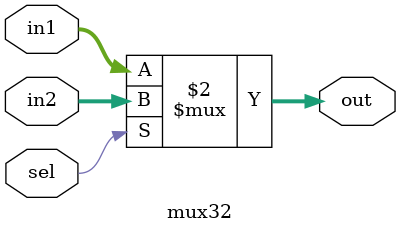
<source format=v>
`timescale 1ns / 1ps

module mux5(
    input [5: 0] in1, in2,
    input sel,
    
    output [5: 0] out
    );
    
    assign out = (sel == 1'b0) ? in1 : in2;
    
endmodule

module mux32(
    input [31: 0] in1, in2,
    input sel,
    
    output [31: 0] out
    );
    
    assign out = (sel == 1'b0) ? in1 : in2;
    
endmodule

</source>
